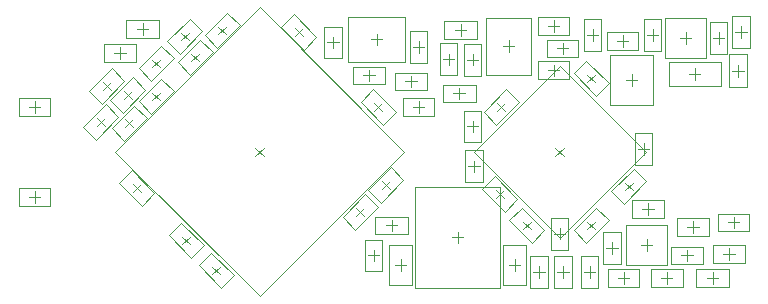
<source format=gbr>
%TF.GenerationSoftware,Altium Limited,Altium Designer,19.0.15 (446)*%
G04 Layer_Color=32768*
%FSLAX45Y45*%
%MOMM*%
%TF.FileFunction,Other,Mechanical_15*%
%TF.Part,Single*%
G01*
G75*
%TA.AperFunction,NonConductor*%
%ADD52C,0.10000*%
%ADD82C,0.05000*%
D52*
X12268200Y8029700D02*
Y8124700D01*
X12220700Y8077200D02*
X12315700D01*
X11938800D02*
X12038800D01*
X11988800Y8027200D02*
Y8127200D01*
X11709400Y8055100D02*
Y8150100D01*
X11661900Y8102600D02*
X11756900D01*
X11623800Y6629400D02*
X11718800D01*
X11671300Y6581900D02*
Y6676900D01*
X11481600Y7721600D02*
X11581600D01*
X11531600Y7671600D02*
Y7771600D01*
X11407900Y8051800D02*
X11502900D01*
X11455400Y8004300D02*
Y8099300D01*
X10886645Y7147355D02*
X10957356Y7076644D01*
X10886644D02*
X10957355Y7147355D01*
X11201307Y8055100D02*
Y8150100D01*
X11153807Y8102600D02*
X11248807D01*
X11781250Y6045200D02*
X11876250D01*
X11828750Y5997700D02*
Y6092700D01*
X11176000Y6048500D02*
Y6143500D01*
X11128500Y6096000D02*
X11223500D01*
X10899900Y7988300D02*
X10994900D01*
X10947400Y7940800D02*
Y8035800D01*
X11633200Y7089900D02*
Y7184900D01*
X11585700Y7137400D02*
X11680700D01*
X10440200Y8007281D02*
X10540200D01*
X10490200Y7957281D02*
Y8057281D01*
X10748759Y6048500D02*
Y6143500D01*
X10701259Y6096000D02*
X10796259D01*
X10823700Y8178800D02*
X10918700D01*
X10871200Y8131300D02*
Y8226300D01*
X10185400Y7845481D02*
Y7940481D01*
X10137900Y7892981D02*
X10232900D01*
X10951400Y6048500D02*
Y6143500D01*
X10903900Y6096000D02*
X10998900D01*
X11155112Y6456112D02*
X11222287Y6523287D01*
X11155112Y6523288D02*
X11222288Y6456112D01*
X12004800Y6477000D02*
X12099800D01*
X12052300Y6429500D02*
Y6524500D01*
X11954000Y6235700D02*
X12049000D01*
X12001500Y6188200D02*
Y6283200D01*
X11608600Y6324600D02*
X11708600D01*
X11658600Y6274600D02*
Y6374600D01*
X12347700Y6515100D02*
X12442700D01*
X12395200Y6467600D02*
Y6562600D01*
X11366500Y6251700D02*
Y6346700D01*
X11319000Y6299200D02*
X11414000D01*
X12458700Y8080500D02*
Y8175500D01*
X12411200Y8128000D02*
X12506200D01*
X12309600Y6248400D02*
X12404600D01*
X12357100Y6200900D02*
Y6295900D01*
X12433300Y7750300D02*
Y7845300D01*
X12385800Y7797800D02*
X12480800D01*
X12217400Y5997700D02*
Y6092700D01*
X12169900Y6045200D02*
X12264900D01*
X11416139D02*
X11511139D01*
X11463639Y5997700D02*
Y6092700D01*
X11155112Y7767888D02*
X11222288Y7700712D01*
X11155113Y7700713D02*
X11222288Y7767888D01*
X10393112Y7459412D02*
X10460288Y7526588D01*
X10393112D02*
X10460287Y7459413D01*
X11472612Y6786312D02*
X11539788Y6853488D01*
X11472613Y6853487D02*
X11539788Y6786312D01*
X10609012Y6523288D02*
X10676188Y6456112D01*
X10609012D02*
X10676187Y6523287D01*
X12065000Y7722400D02*
Y7822400D01*
X12015000Y7772400D02*
X12115000D01*
X7243512Y7322364D02*
X7310688Y7389539D01*
X7243513D02*
X7310687Y7322364D01*
X7230812Y7561012D02*
X7297988Y7628188D01*
X7230812D02*
X7297987Y7561013D01*
X7002212Y7332412D02*
X7069388Y7399588D01*
X7002213Y7399587D02*
X7069388Y7332412D01*
X9261600Y7759700D02*
X9356600D01*
X9309100Y7712200D02*
Y7807200D01*
X8030912Y8107112D02*
X8098088Y8174288D01*
X8030913Y8174287D02*
X8098088Y8107112D01*
X7802312Y7878513D02*
X7869488Y7945687D01*
X7802313D02*
X7869487Y7878512D01*
X7472112Y7548312D02*
X7539288Y7615488D01*
X7472112D02*
X7539287Y7548313D01*
X7307012Y6840788D02*
X7374188Y6773612D01*
X7307013Y6773613D02*
X7374188Y6840788D01*
X7980112Y6142288D02*
X8047288Y6075112D01*
X7980113Y6075113D02*
X8047288Y6142288D01*
X9415212Y6799105D02*
X9482388Y6866280D01*
X9415212D02*
X9482387Y6799105D01*
X8680753Y8161588D02*
X8747928Y8094412D01*
X8680753D02*
X8747928Y8161587D01*
X9351712Y7526588D02*
X9418888Y7459412D01*
X9351713Y7459413D02*
X9418888Y7526588D01*
X9372600Y8014500D02*
Y8114500D01*
X9322600Y8064500D02*
X9422600D01*
X10922000Y6372100D02*
Y6467100D01*
X10874500Y6419600D02*
X10969500D01*
X9004300Y7991600D02*
Y8086600D01*
X8956800Y8039100D02*
X9051800D01*
X9728200Y7953500D02*
Y8048500D01*
X9680700Y8001000D02*
X9775700D01*
X10380412Y6789988D02*
X10447588Y6722812D01*
X10380413Y6722813D02*
X10447588Y6789988D01*
X10823700Y7804150D02*
X10918700D01*
X10871200Y7756650D02*
Y7851650D01*
X8346645Y7076645D02*
X8417355Y7147355D01*
X8346645D02*
X8417355Y7076645D01*
X10008400Y6388100D02*
X10108400D01*
X10058400Y6338100D02*
Y6438100D01*
X9617200Y7708900D02*
X9712200D01*
X9664700Y7661400D02*
Y7756400D01*
X10185400Y7280400D02*
Y7375400D01*
X10137900Y7327900D02*
X10232900D01*
X9575800Y6107464D02*
Y6207464D01*
X9525800Y6157464D02*
X9625800D01*
X10541000Y6107464D02*
Y6207464D01*
X10491000Y6157464D02*
X10591000D01*
X7391400Y8105900D02*
Y8200900D01*
X7343900Y8153400D02*
X7438900D01*
X7153400Y7950200D02*
X7248400D01*
X7200900Y7902700D02*
Y7997700D01*
X9452100Y6489700D02*
X9547100D01*
X9499600Y6442200D02*
Y6537200D01*
X9347200Y6188200D02*
Y6283200D01*
X9299700Y6235700D02*
X9394700D01*
X10198100Y6944292D02*
Y7039292D01*
X10150600Y6991792D02*
X10245600D01*
X10023600Y7607300D02*
X10118600D01*
X10071100Y7559800D02*
Y7654800D01*
X9982200Y7849781D02*
Y7944781D01*
X9934700Y7897281D02*
X10029700D01*
X9680700Y7493000D02*
X9775700D01*
X9728200Y7445500D02*
Y7540500D01*
X10083800Y8097200D02*
Y8192200D01*
X10036300Y8144700D02*
X10131300D01*
X6429500Y6731000D02*
X6524500D01*
X6477000Y6683500D02*
Y6778500D01*
X6429500Y7493000D02*
X6524500D01*
X6477000Y7445500D02*
Y7540500D01*
X7053012Y7637212D02*
X7120187Y7704387D01*
X7053012Y7704388D02*
X7120188Y7637212D01*
X7472112Y7827712D02*
X7539288Y7894888D01*
X7472113Y7894887D02*
X7539288Y7827712D01*
X7713412Y8056312D02*
X7780588Y8123488D01*
X7713413Y8123487D02*
X7780588Y8056312D01*
X7726112Y6396288D02*
X7793288Y6329112D01*
X7726113Y6329113D02*
X7793288Y6396288D01*
X9199312Y6570412D02*
X9266488Y6637588D01*
X9199312D02*
X9266487Y6570413D01*
D82*
X12193200Y7942200D02*
X12343200D01*
X12193200Y8212200D02*
X12343200D01*
X12193200Y7942200D02*
Y8212200D01*
X12343200Y7942200D02*
Y8212200D01*
X12158800Y7907200D02*
Y8247200D01*
X11818800Y7907200D02*
Y8247200D01*
Y7907200D02*
X12158800D01*
X11818800Y8247200D02*
X12158800D01*
X11634400Y8237600D02*
X11784400D01*
X11634400Y7967600D02*
X11784400D01*
Y8237600D01*
X11634400Y7967600D02*
Y8237600D01*
X11536300Y6554400D02*
Y6704400D01*
X11806300Y6554400D02*
Y6704400D01*
X11536300D02*
X11806300D01*
X11536300Y6554400D02*
X11806300D01*
X11351600Y7511600D02*
Y7931600D01*
X11711600Y7511600D02*
Y7931600D01*
X11351600Y7511600D02*
X11711600D01*
X11351600Y7931600D02*
X11711600D01*
X11590400Y7976800D02*
Y8126800D01*
X11320400Y7976800D02*
Y8126800D01*
Y7976800D02*
X11590400D01*
X11320400Y8126800D02*
X11590400D01*
X10193680Y7112000D02*
X10922000Y7840320D01*
Y6383680D02*
X11650320Y7112000D01*
X10922000Y7840320D02*
X11650320Y7112000D01*
X10193680D02*
X10922000Y6383680D01*
X11126307Y8237600D02*
X11276307D01*
X11126307Y7967600D02*
X11276307D01*
Y8237600D01*
X11126307Y7967600D02*
Y8237600D01*
X11963750Y5970200D02*
Y6120200D01*
X11693750Y5970200D02*
Y6120200D01*
Y5970200D02*
X11963750D01*
X11693750Y6120200D02*
X11963750D01*
X11101000Y5961000D02*
X11251000D01*
X11101000Y6231000D02*
X11251000D01*
X11101000Y5961000D02*
Y6231000D01*
X11251000Y5961000D02*
Y6231000D01*
X10812400Y7913300D02*
Y8063300D01*
X11082400Y7913300D02*
Y8063300D01*
X10812400D02*
X11082400D01*
X10812400Y7913300D02*
X11082400D01*
X11558200Y7002400D02*
X11708200D01*
X11558200Y7272400D02*
X11708200D01*
X11558200Y7002400D02*
Y7272400D01*
X11708200Y7002400D02*
Y7272400D01*
X10680200Y7767281D02*
Y8247281D01*
X10300200Y7767281D02*
Y8247281D01*
X10680200D01*
X10300200Y7767281D02*
X10680200D01*
X10673759Y6231000D02*
X10823759D01*
X10673759Y5961000D02*
X10823759D01*
Y6231000D01*
X10673759Y5961000D02*
Y6231000D01*
X11006200Y8103800D02*
Y8253800D01*
X10736200Y8103800D02*
Y8253800D01*
Y8103800D02*
X11006200D01*
X10736200Y8253800D02*
X11006200D01*
X10110400Y7757981D02*
X10260400D01*
X10110400Y8027981D02*
X10260400D01*
X10110400Y7757981D02*
Y8027981D01*
X10260400Y7757981D02*
Y8027981D01*
X10876400Y5961000D02*
X11026400D01*
X10876400Y6231000D02*
X11026400D01*
X10876400Y5961000D02*
Y6231000D01*
X11026400Y5961000D02*
Y6231000D01*
X11040207Y6447274D02*
X11146273Y6341208D01*
X11231126Y6638192D02*
X11337192Y6532126D01*
X11040207Y6447274D02*
X11231126Y6638192D01*
X11146273Y6341208D02*
X11337192Y6532126D01*
X11917300Y6402000D02*
Y6552000D01*
X12187300Y6402000D02*
Y6552000D01*
X11917300D02*
X12187300D01*
X11917300Y6402000D02*
X12187300D01*
X11866500Y6160700D02*
Y6310700D01*
X12136500Y6160700D02*
Y6310700D01*
X11866500D02*
X12136500D01*
X11866500Y6160700D02*
X12136500D01*
X11828600Y6154600D02*
Y6494600D01*
X11488600Y6154600D02*
Y6494600D01*
Y6154600D02*
X11828600D01*
X11488600Y6494600D02*
X11828600D01*
X12260200Y6440100D02*
Y6590100D01*
X12530200Y6440100D02*
Y6590100D01*
X12260200D02*
X12530200D01*
X12260200Y6440100D02*
X12530200D01*
X11291500Y6164200D02*
X11441500D01*
X11291500Y6434200D02*
X11441500D01*
X11291500Y6164200D02*
Y6434200D01*
X11441500Y6164200D02*
Y6434200D01*
X12383700Y7993000D02*
X12533700D01*
X12383700Y8263000D02*
X12533700D01*
X12383700Y7993000D02*
Y8263000D01*
X12533700Y7993000D02*
Y8263000D01*
X12222100Y6173400D02*
Y6323400D01*
X12492100Y6173400D02*
Y6323400D01*
X12222100D02*
X12492100D01*
X12222100Y6173400D02*
X12492100D01*
X12358300Y7658100D02*
X12508300D01*
X12358300Y7937500D02*
X12508300D01*
X12358300Y7658100D02*
Y7937500D01*
X12508300Y7658100D02*
Y7937500D01*
X12077700Y6120200D02*
X12357100D01*
X12077700Y5970200D02*
X12357100D01*
X12077700D02*
Y6120200D01*
X12357100Y5970200D02*
Y6120200D01*
X11598639Y5970200D02*
Y6120200D01*
X11328639Y5970200D02*
Y6120200D01*
Y5970200D02*
X11598639D01*
X11328639Y6120200D02*
X11598639D01*
X11231126Y7585808D02*
X11337192Y7691874D01*
X11040208Y7776726D02*
X11146274Y7882792D01*
X11040208Y7776726D02*
X11231126Y7585808D01*
X11146274Y7882792D02*
X11337192Y7691874D01*
X10469126Y7641492D02*
X10575192Y7535426D01*
X10278208Y7450574D02*
X10384274Y7344508D01*
X10575192Y7535426D01*
X10278208Y7450574D02*
X10469126Y7641492D01*
X11357708Y6777474D02*
X11463774Y6671408D01*
X11548626Y6968392D02*
X11654692Y6862326D01*
X11357708Y6777474D02*
X11548626Y6968392D01*
X11463774Y6671408D02*
X11654692Y6862326D01*
X10494108Y6532126D02*
X10600174Y6638192D01*
X10685026Y6341208D02*
X10791092Y6447274D01*
X10600174Y6638192D02*
X10791092Y6447274D01*
X10494108Y6532126D02*
X10685026Y6341208D01*
X11845000Y7872400D02*
X12285000D01*
X11845000Y7672400D02*
X12285000D01*
X11845000D02*
Y7872400D01*
X12285000Y7672400D02*
Y7872400D01*
X7128608Y7313525D02*
X7234674Y7207459D01*
X7319527Y7504444D02*
X7425592Y7398378D01*
X7128608Y7313525D02*
X7319527Y7504444D01*
X7234674Y7207459D02*
X7425592Y7398378D01*
X7306826Y7743092D02*
X7412892Y7637026D01*
X7115908Y7552174D02*
X7221974Y7446108D01*
X7412892Y7637026D01*
X7115908Y7552174D02*
X7306826Y7743092D01*
X6887308Y7323574D02*
X6993374Y7217508D01*
X7078226Y7514492D02*
X7184292Y7408426D01*
X6887308Y7323574D02*
X7078226Y7514492D01*
X6993374Y7217508D02*
X7184292Y7408426D01*
X9444100Y7684700D02*
Y7834700D01*
X9174100Y7684700D02*
Y7834700D01*
Y7684700D02*
X9444100D01*
X9174100Y7834700D02*
X9444100D01*
X7916008Y8098274D02*
X8022074Y7992208D01*
X8106926Y8289192D02*
X8212992Y8183126D01*
X7916008Y8098274D02*
X8106926Y8289192D01*
X8022074Y7992208D02*
X8212992Y8183126D01*
X7687408Y7869674D02*
X7793474Y7763608D01*
X7878326Y8060592D02*
X7984392Y7954526D01*
X7687408Y7869674D02*
X7878326Y8060592D01*
X7793474Y7763608D02*
X7984392Y7954526D01*
X7548126Y7730392D02*
X7654192Y7624326D01*
X7357208Y7539474D02*
X7463274Y7433408D01*
X7654192Y7624326D01*
X7357208Y7539474D02*
X7548126Y7730392D01*
X7383026Y6658708D02*
X7489092Y6764774D01*
X7192108Y6849626D02*
X7298174Y6955692D01*
X7192108Y6849626D02*
X7383026Y6658708D01*
X7298174Y6955692D02*
X7489092Y6764774D01*
X8056126Y5960208D02*
X8162192Y6066274D01*
X7865208Y6151126D02*
X7971274Y6257192D01*
X7865208Y6151126D02*
X8056126Y5960208D01*
X7971274Y6257192D02*
X8162192Y6066274D01*
X9491226Y6981185D02*
X9597292Y6875119D01*
X9300308Y6790266D02*
X9406374Y6684200D01*
X9597292Y6875119D01*
X9300308Y6790266D02*
X9491226Y6981185D01*
X8565848Y8170426D02*
X8671914Y8276492D01*
X8756767Y7979508D02*
X8862832Y8085574D01*
X8671914Y8276492D02*
X8862832Y8085574D01*
X8565848Y8170426D02*
X8756767Y7979508D01*
X9427726Y7344508D02*
X9533792Y7450574D01*
X9236808Y7535426D02*
X9342874Y7641492D01*
X9236808Y7535426D02*
X9427726Y7344508D01*
X9342874Y7641492D02*
X9533792Y7450574D01*
X9132600Y7874500D02*
X9612600D01*
X9132600Y8254500D02*
X9612600D01*
Y7874500D02*
Y8254500D01*
X9132600Y7874500D02*
Y8254500D01*
X10847000Y6284600D02*
X10997000D01*
X10847000Y6554600D02*
X10997000D01*
X10847000Y6284600D02*
Y6554600D01*
X10997000Y6284600D02*
Y6554600D01*
X8929300Y8174100D02*
X9079300D01*
X8929300Y7904100D02*
X9079300D01*
Y8174100D01*
X8929300Y7904100D02*
Y8174100D01*
X9653200Y7866000D02*
X9803200D01*
X9653200Y8136000D02*
X9803200D01*
X9653200Y7866000D02*
Y8136000D01*
X9803200Y7866000D02*
Y8136000D01*
X10456426Y6607908D02*
X10562492Y6713974D01*
X10265508Y6798826D02*
X10371574Y6904893D01*
X10265508Y6798826D02*
X10456426Y6607908D01*
X10371574Y6904893D02*
X10562492Y6713974D01*
X11006200Y7729150D02*
Y7879150D01*
X10736200Y7729150D02*
Y7879150D01*
Y7729150D02*
X11006200D01*
X10736200Y7879150D02*
X11006200D01*
X7158705Y7112000D02*
X8382000Y5888705D01*
Y8335295D02*
X9605295Y7112000D01*
X8382000Y5888705D02*
X9605295Y7112000D01*
X7158705D02*
X8382000Y8335295D01*
X10418400Y5963100D02*
Y6813100D01*
X9698400Y5963100D02*
Y6813100D01*
X10418400D01*
X9698400Y5963100D02*
X10418400D01*
X9799700Y7633900D02*
Y7783900D01*
X9529700Y7633900D02*
Y7783900D01*
Y7633900D02*
X9799700D01*
X9529700Y7783900D02*
X9799700D01*
X10110400Y7462900D02*
X10260400D01*
X10110400Y7192900D02*
X10260400D01*
Y7462900D01*
X10110400Y7192900D02*
Y7462900D01*
X9480800Y5987464D02*
X9670800D01*
X9480800Y6327464D02*
X9670800D01*
X9480800Y5987464D02*
Y6327464D01*
X9670800Y5987464D02*
Y6327464D01*
X10446000Y5987464D02*
X10636000D01*
X10446000Y6327464D02*
X10636000D01*
X10446000Y5987464D02*
Y6327464D01*
X10636000Y5987464D02*
Y6327464D01*
X7251700Y8228400D02*
X7531100D01*
X7251700Y8078400D02*
X7531100D01*
X7251700D02*
Y8228400D01*
X7531100Y8078400D02*
Y8228400D01*
X7065900Y7875200D02*
Y8025200D01*
X7335900Y7875200D02*
Y8025200D01*
X7065900D02*
X7335900D01*
X7065900Y7875200D02*
X7335900D01*
X9639300Y6414700D02*
Y6564700D01*
X9359900Y6414700D02*
Y6564700D01*
Y6414700D02*
X9639300D01*
X9359900Y6564700D02*
X9639300D01*
X9272200Y6100700D02*
X9422200D01*
X9272200Y6370700D02*
X9422200D01*
X9272200Y6100700D02*
Y6370700D01*
X9422200Y6100700D02*
Y6370700D01*
X10123100Y6856792D02*
X10273100D01*
X10123100Y7126792D02*
X10273100D01*
X10123100Y6856792D02*
Y7126792D01*
X10273100Y6856792D02*
Y7126792D01*
X10210800Y7532300D02*
Y7682300D01*
X9931400Y7532300D02*
Y7682300D01*
Y7532300D02*
X10210800D01*
X9931400Y7682300D02*
X10210800D01*
X9907200Y8032281D02*
X10057200D01*
X9907200Y7762281D02*
X10057200D01*
Y8032281D01*
X9907200Y7762281D02*
Y8032281D01*
X9593200Y7418000D02*
Y7568000D01*
X9863200Y7418000D02*
Y7568000D01*
X9593200D02*
X9863200D01*
X9593200Y7418000D02*
X9863200D01*
X9944100Y8069700D02*
X10223500D01*
X9944100Y8219700D02*
X10223500D01*
Y8069700D02*
Y8219700D01*
X9944100Y8069700D02*
Y8219700D01*
X6612000Y6656000D02*
Y6806000D01*
X6342000Y6656000D02*
Y6806000D01*
Y6656000D02*
X6612000D01*
X6342000Y6806000D02*
X6612000D01*
Y7418000D02*
Y7568000D01*
X6342000Y7418000D02*
Y7568000D01*
Y7418000D02*
X6612000D01*
X6342000Y7568000D02*
X6612000D01*
X6938107Y7628374D02*
X7044173Y7522308D01*
X7129026Y7819292D02*
X7235092Y7713226D01*
X6938107Y7628374D02*
X7129026Y7819292D01*
X7044173Y7522308D02*
X7235092Y7713226D01*
X7357208Y7818874D02*
X7463274Y7712808D01*
X7548126Y8009792D02*
X7654192Y7903726D01*
X7357208Y7818874D02*
X7548126Y8009792D01*
X7463274Y7712808D02*
X7654192Y7903726D01*
X7598508Y8047474D02*
X7704574Y7941408D01*
X7789426Y8238392D02*
X7895492Y8132326D01*
X7598508Y8047474D02*
X7789426Y8238392D01*
X7704574Y7941408D02*
X7895492Y8132326D01*
X7802126Y6214208D02*
X7908192Y6320274D01*
X7611208Y6405126D02*
X7717274Y6511192D01*
X7611208Y6405126D02*
X7802126Y6214208D01*
X7717274Y6511192D02*
X7908192Y6320274D01*
X9275326Y6752492D02*
X9381392Y6646426D01*
X9084408Y6561574D02*
X9190474Y6455508D01*
X9381392Y6646426D01*
X9084408Y6561574D02*
X9275326Y6752492D01*
%TF.MD5,3e7b08f9f92281e5d6d4daff17d6a49b*%
M02*

</source>
